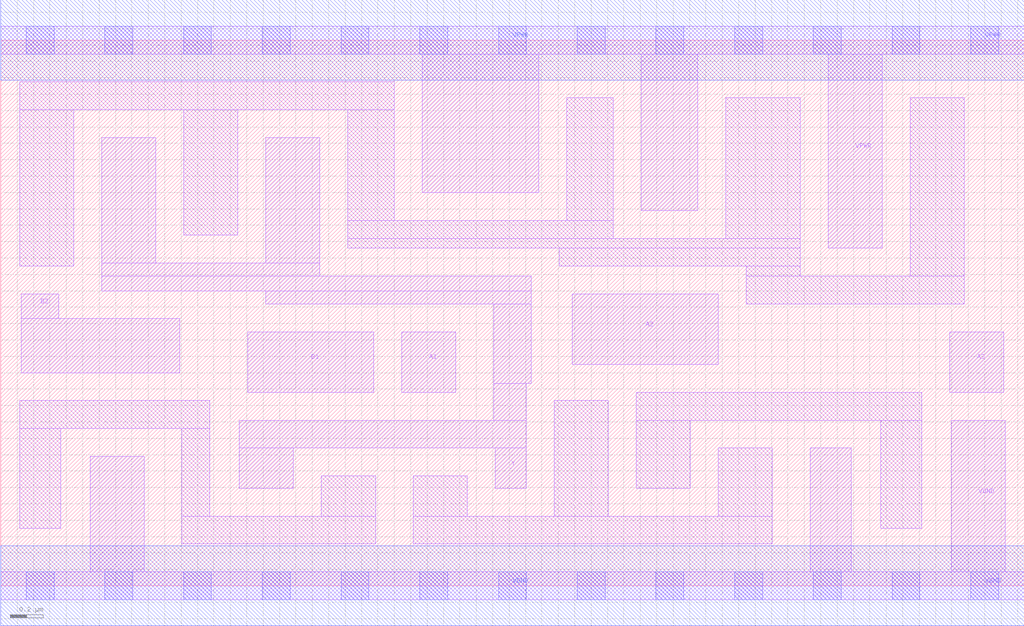
<source format=lef>
# Copyright 2020 The SkyWater PDK Authors
#
# Licensed under the Apache License, Version 2.0 (the "License");
# you may not use this file except in compliance with the License.
# You may obtain a copy of the License at
#
#     https://www.apache.org/licenses/LICENSE-2.0
#
# Unless required by applicable law or agreed to in writing, software
# distributed under the License is distributed on an "AS IS" BASIS,
# WITHOUT WARRANTIES OR CONDITIONS OF ANY KIND, either express or implied.
# See the License for the specific language governing permissions and
# limitations under the License.
#
# SPDX-License-Identifier: Apache-2.0

VERSION 5.7 ;
  NAMESCASESENSITIVE ON ;
  NOWIREEXTENSIONATPIN ON ;
  DIVIDERCHAR "/" ;
  BUSBITCHARS "[]" ;
UNITS
  DATABASE MICRONS 200 ;
END UNITS
MACRO sky130_fd_sc_ls__a32oi_2
  CLASS CORE ;
  SOURCE USER ;
  FOREIGN sky130_fd_sc_ls__a32oi_2 ;
  ORIGIN  0.000000  0.000000 ;
  SIZE  6.240000 BY  3.330000 ;
  SYMMETRY X Y ;
  SITE unit ;
  PIN A1
    ANTENNAGATEAREA  0.558000 ;
    DIRECTION INPUT ;
    USE SIGNAL ;
    PORT
      LAYER li1 ;
        RECT 2.445000 1.180000 2.775000 1.550000 ;
    END
  END A1
  PIN A2
    ANTENNAGATEAREA  0.558000 ;
    DIRECTION INPUT ;
    USE SIGNAL ;
    PORT
      LAYER li1 ;
        RECT 3.485000 1.350000 4.375000 1.780000 ;
    END
  END A2
  PIN A3
    ANTENNAGATEAREA  0.558000 ;
    DIRECTION INPUT ;
    USE SIGNAL ;
    PORT
      LAYER li1 ;
        RECT 5.785000 1.180000 6.115000 1.550000 ;
    END
  END A3
  PIN B1
    ANTENNAGATEAREA  0.558000 ;
    DIRECTION INPUT ;
    USE SIGNAL ;
    PORT
      LAYER li1 ;
        RECT 1.505000 1.180000 2.275000 1.550000 ;
    END
  END B1
  PIN B2
    ANTENNAGATEAREA  0.558000 ;
    DIRECTION INPUT ;
    USE SIGNAL ;
    PORT
      LAYER li1 ;
        RECT 0.125000 1.300000 1.090000 1.630000 ;
        RECT 0.125000 1.630000 0.355000 1.780000 ;
    END
  END B2
  PIN Y
    ANTENNADIFFAREA  1.192800 ;
    DIRECTION OUTPUT ;
    USE SIGNAL ;
    PORT
      LAYER li1 ;
        RECT 0.615000 1.800000 3.235000 1.890000 ;
        RECT 0.615000 1.890000 1.945000 1.970000 ;
        RECT 0.615000 1.970000 0.945000 2.735000 ;
        RECT 1.455000 0.595000 1.785000 0.840000 ;
        RECT 1.455000 0.840000 3.205000 1.010000 ;
        RECT 1.615000 1.720000 3.235000 1.800000 ;
        RECT 1.615000 1.970000 1.945000 2.735000 ;
        RECT 3.005000 1.010000 3.205000 1.235000 ;
        RECT 3.005000 1.235000 3.235000 1.720000 ;
        RECT 3.015000 0.595000 3.205000 0.840000 ;
    END
  END Y
  PIN VGND
    DIRECTION INOUT ;
    SHAPE ABUTMENT ;
    USE GROUND ;
    PORT
      LAYER li1 ;
        RECT 0.000000 -0.085000 6.240000 0.085000 ;
        RECT 0.545000  0.085000 0.875000 0.790000 ;
        RECT 4.935000  0.085000 5.185000 0.840000 ;
        RECT 5.795000  0.085000 6.125000 1.010000 ;
      LAYER mcon ;
        RECT 0.155000 -0.085000 0.325000 0.085000 ;
        RECT 0.635000 -0.085000 0.805000 0.085000 ;
        RECT 1.115000 -0.085000 1.285000 0.085000 ;
        RECT 1.595000 -0.085000 1.765000 0.085000 ;
        RECT 2.075000 -0.085000 2.245000 0.085000 ;
        RECT 2.555000 -0.085000 2.725000 0.085000 ;
        RECT 3.035000 -0.085000 3.205000 0.085000 ;
        RECT 3.515000 -0.085000 3.685000 0.085000 ;
        RECT 3.995000 -0.085000 4.165000 0.085000 ;
        RECT 4.475000 -0.085000 4.645000 0.085000 ;
        RECT 4.955000 -0.085000 5.125000 0.085000 ;
        RECT 5.435000 -0.085000 5.605000 0.085000 ;
        RECT 5.915000 -0.085000 6.085000 0.085000 ;
      LAYER met1 ;
        RECT 0.000000 -0.245000 6.240000 0.245000 ;
    END
  END VGND
  PIN VPWR
    DIRECTION INOUT ;
    SHAPE ABUTMENT ;
    USE POWER ;
    PORT
      LAYER li1 ;
        RECT 0.000000 3.245000 6.240000 3.415000 ;
        RECT 2.570000 2.400000 3.280000 3.245000 ;
        RECT 3.905000 2.290000 4.250000 3.245000 ;
        RECT 5.045000 2.060000 5.375000 3.245000 ;
      LAYER mcon ;
        RECT 0.155000 3.245000 0.325000 3.415000 ;
        RECT 0.635000 3.245000 0.805000 3.415000 ;
        RECT 1.115000 3.245000 1.285000 3.415000 ;
        RECT 1.595000 3.245000 1.765000 3.415000 ;
        RECT 2.075000 3.245000 2.245000 3.415000 ;
        RECT 2.555000 3.245000 2.725000 3.415000 ;
        RECT 3.035000 3.245000 3.205000 3.415000 ;
        RECT 3.515000 3.245000 3.685000 3.415000 ;
        RECT 3.995000 3.245000 4.165000 3.415000 ;
        RECT 4.475000 3.245000 4.645000 3.415000 ;
        RECT 4.955000 3.245000 5.125000 3.415000 ;
        RECT 5.435000 3.245000 5.605000 3.415000 ;
        RECT 5.915000 3.245000 6.085000 3.415000 ;
      LAYER met1 ;
        RECT 0.000000 3.085000 6.240000 3.575000 ;
    END
  END VPWR
  OBS
    LAYER li1 ;
      RECT 0.115000 0.350000 0.365000 0.960000 ;
      RECT 0.115000 0.960000 1.275000 1.130000 ;
      RECT 0.115000 1.950000 0.445000 2.905000 ;
      RECT 0.115000 2.905000 2.400000 3.075000 ;
      RECT 1.105000 0.255000 2.285000 0.425000 ;
      RECT 1.105000 0.425000 1.275000 0.960000 ;
      RECT 1.115000 2.140000 1.445000 2.905000 ;
      RECT 1.955000 0.425000 2.285000 0.670000 ;
      RECT 2.115000 2.060000 4.875000 2.120000 ;
      RECT 2.115000 2.120000 3.735000 2.230000 ;
      RECT 2.115000 2.230000 2.400000 2.905000 ;
      RECT 2.515000 0.255000 4.705000 0.425000 ;
      RECT 2.515000 0.425000 2.845000 0.670000 ;
      RECT 3.375000 0.425000 3.705000 1.130000 ;
      RECT 3.405000 1.950000 4.875000 2.060000 ;
      RECT 3.450000 2.230000 3.735000 2.980000 ;
      RECT 3.875000 0.595000 4.205000 1.010000 ;
      RECT 3.875000 1.010000 5.615000 1.180000 ;
      RECT 4.375000 0.425000 4.705000 0.840000 ;
      RECT 4.420000 2.120000 4.875000 2.980000 ;
      RECT 4.545000 1.720000 5.875000 1.890000 ;
      RECT 4.545000 1.890000 4.875000 1.950000 ;
      RECT 5.365000 0.350000 5.615000 1.010000 ;
      RECT 5.545000 1.890000 5.875000 2.980000 ;
  END
END sky130_fd_sc_ls__a32oi_2

</source>
